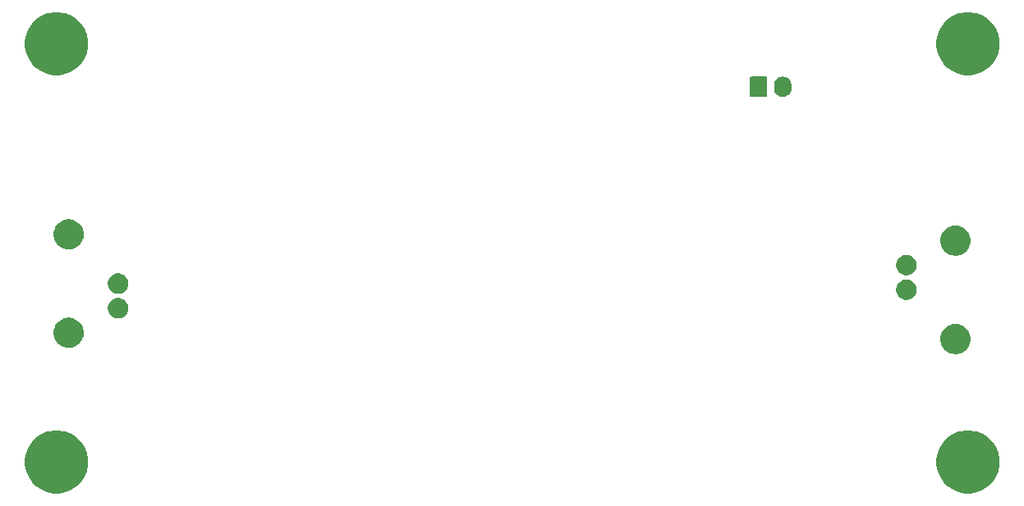
<source format=gbr>
G04 #@! TF.GenerationSoftware,KiCad,Pcbnew,(5.0.1)-4*
G04 #@! TF.CreationDate,2019-01-25T14:15:17+03:00*
G04 #@! TF.ProjectId,Lab Ampl,4C616220416D706C2E6B696361645F70,rev?*
G04 #@! TF.SameCoordinates,Original*
G04 #@! TF.FileFunction,Soldermask,Bot*
G04 #@! TF.FilePolarity,Negative*
%FSLAX46Y46*%
G04 Gerber Fmt 4.6, Leading zero omitted, Abs format (unit mm)*
G04 Created by KiCad (PCBNEW (5.0.1)-4) date 25/01/2019 14:15:17*
%MOMM*%
%LPD*%
G01*
G04 APERTURE LIST*
%ADD10C,0.100000*%
G04 APERTURE END LIST*
D10*
G36*
X106044239Y-107301467D02*
X106358282Y-107363934D01*
X106949926Y-107609001D01*
X107478802Y-107962385D01*
X107482395Y-107964786D01*
X107935214Y-108417605D01*
X107935216Y-108417608D01*
X108290999Y-108950074D01*
X108536066Y-109541718D01*
X108661000Y-110169804D01*
X108661000Y-110810196D01*
X108536066Y-111438282D01*
X108290999Y-112029926D01*
X107937615Y-112558802D01*
X107935214Y-112562395D01*
X107482395Y-113015214D01*
X107482392Y-113015216D01*
X106949926Y-113370999D01*
X106358282Y-113616066D01*
X106044239Y-113678533D01*
X105730197Y-113741000D01*
X105089803Y-113741000D01*
X104775761Y-113678533D01*
X104461718Y-113616066D01*
X103870074Y-113370999D01*
X103337608Y-113015216D01*
X103337605Y-113015214D01*
X102884786Y-112562395D01*
X102882385Y-112558802D01*
X102529001Y-112029926D01*
X102283934Y-111438282D01*
X102159000Y-110810196D01*
X102159000Y-110169804D01*
X102283934Y-109541718D01*
X102529001Y-108950074D01*
X102884784Y-108417608D01*
X102884786Y-108417605D01*
X103337605Y-107964786D01*
X103341198Y-107962385D01*
X103870074Y-107609001D01*
X104461718Y-107363934D01*
X104775761Y-107301467D01*
X105089803Y-107239000D01*
X105730197Y-107239000D01*
X106044239Y-107301467D01*
X106044239Y-107301467D01*
G37*
G36*
X200024239Y-107301467D02*
X200338282Y-107363934D01*
X200929926Y-107609001D01*
X201458802Y-107962385D01*
X201462395Y-107964786D01*
X201915214Y-108417605D01*
X201915216Y-108417608D01*
X202270999Y-108950074D01*
X202516066Y-109541718D01*
X202641000Y-110169804D01*
X202641000Y-110810196D01*
X202516066Y-111438282D01*
X202270999Y-112029926D01*
X201917615Y-112558802D01*
X201915214Y-112562395D01*
X201462395Y-113015214D01*
X201462392Y-113015216D01*
X200929926Y-113370999D01*
X200338282Y-113616066D01*
X200024239Y-113678533D01*
X199710197Y-113741000D01*
X199069803Y-113741000D01*
X198755761Y-113678533D01*
X198441718Y-113616066D01*
X197850074Y-113370999D01*
X197317608Y-113015216D01*
X197317605Y-113015214D01*
X196864786Y-112562395D01*
X196862385Y-112558802D01*
X196509001Y-112029926D01*
X196263934Y-111438282D01*
X196139000Y-110810196D01*
X196139000Y-110169804D01*
X196263934Y-109541718D01*
X196509001Y-108950074D01*
X196864784Y-108417608D01*
X196864786Y-108417605D01*
X197317605Y-107964786D01*
X197321198Y-107962385D01*
X197850074Y-107609001D01*
X198441718Y-107363934D01*
X198755761Y-107301467D01*
X199069803Y-107239000D01*
X199710197Y-107239000D01*
X200024239Y-107301467D01*
X200024239Y-107301467D01*
G37*
G36*
X198472527Y-96278736D02*
X198572410Y-96298604D01*
X198854674Y-96415521D01*
X199108705Y-96585259D01*
X199324741Y-96801295D01*
X199494479Y-97055326D01*
X199611396Y-97337590D01*
X199611396Y-97337591D01*
X199665067Y-97607410D01*
X199671000Y-97637240D01*
X199671000Y-97942760D01*
X199611396Y-98242410D01*
X199494479Y-98524674D01*
X199324741Y-98778705D01*
X199108705Y-98994741D01*
X198854674Y-99164479D01*
X198572410Y-99281396D01*
X198472527Y-99301264D01*
X198272762Y-99341000D01*
X197967238Y-99341000D01*
X197767473Y-99301264D01*
X197667590Y-99281396D01*
X197385326Y-99164479D01*
X197131295Y-98994741D01*
X196915259Y-98778705D01*
X196745521Y-98524674D01*
X196628604Y-98242410D01*
X196569000Y-97942760D01*
X196569000Y-97637240D01*
X196574934Y-97607410D01*
X196628604Y-97337591D01*
X196628604Y-97337590D01*
X196745521Y-97055326D01*
X196915259Y-96801295D01*
X197131295Y-96585259D01*
X197385326Y-96415521D01*
X197667590Y-96298604D01*
X197767473Y-96278736D01*
X197967238Y-96239000D01*
X198272762Y-96239000D01*
X198472527Y-96278736D01*
X198472527Y-96278736D01*
G37*
G36*
X107032527Y-95643736D02*
X107132410Y-95663604D01*
X107414674Y-95780521D01*
X107668705Y-95950259D01*
X107884741Y-96166295D01*
X108054479Y-96420326D01*
X108122796Y-96585259D01*
X108171396Y-96702591D01*
X108231000Y-97002238D01*
X108231000Y-97307762D01*
X108191264Y-97507527D01*
X108171396Y-97607410D01*
X108054479Y-97889674D01*
X107884741Y-98143705D01*
X107668705Y-98359741D01*
X107414674Y-98529479D01*
X107132410Y-98646396D01*
X107032527Y-98666264D01*
X106832762Y-98706000D01*
X106527238Y-98706000D01*
X106327473Y-98666264D01*
X106227590Y-98646396D01*
X105945326Y-98529479D01*
X105691295Y-98359741D01*
X105475259Y-98143705D01*
X105305521Y-97889674D01*
X105188604Y-97607410D01*
X105168736Y-97507527D01*
X105129000Y-97307762D01*
X105129000Y-97002238D01*
X105188604Y-96702591D01*
X105237204Y-96585259D01*
X105305521Y-96420326D01*
X105475259Y-96166295D01*
X105691295Y-95950259D01*
X105945326Y-95780521D01*
X106227590Y-95663604D01*
X106327473Y-95643736D01*
X106527238Y-95604000D01*
X106832762Y-95604000D01*
X107032527Y-95643736D01*
X107032527Y-95643736D01*
G37*
G36*
X112066565Y-93604389D02*
X112257834Y-93683615D01*
X112429976Y-93798637D01*
X112576363Y-93945024D01*
X112691385Y-94117166D01*
X112770611Y-94308435D01*
X112811000Y-94511484D01*
X112811000Y-94718516D01*
X112770611Y-94921565D01*
X112691385Y-95112834D01*
X112576363Y-95284976D01*
X112429976Y-95431363D01*
X112257834Y-95546385D01*
X112066565Y-95625611D01*
X111863516Y-95666000D01*
X111656484Y-95666000D01*
X111453435Y-95625611D01*
X111262166Y-95546385D01*
X111090024Y-95431363D01*
X110943637Y-95284976D01*
X110828615Y-95112834D01*
X110749389Y-94921565D01*
X110709000Y-94718516D01*
X110709000Y-94511484D01*
X110749389Y-94308435D01*
X110828615Y-94117166D01*
X110943637Y-93945024D01*
X111090024Y-93798637D01*
X111262166Y-93683615D01*
X111453435Y-93604389D01*
X111656484Y-93564000D01*
X111863516Y-93564000D01*
X112066565Y-93604389D01*
X112066565Y-93604389D01*
G37*
G36*
X193346565Y-91699389D02*
X193537834Y-91778615D01*
X193709976Y-91893637D01*
X193856363Y-92040024D01*
X193971385Y-92212166D01*
X194050611Y-92403435D01*
X194091000Y-92606484D01*
X194091000Y-92813516D01*
X194050611Y-93016565D01*
X193971385Y-93207834D01*
X193856363Y-93379976D01*
X193709976Y-93526363D01*
X193537834Y-93641385D01*
X193346565Y-93720611D01*
X193143516Y-93761000D01*
X192936484Y-93761000D01*
X192733435Y-93720611D01*
X192542166Y-93641385D01*
X192370024Y-93526363D01*
X192223637Y-93379976D01*
X192108615Y-93207834D01*
X192029389Y-93016565D01*
X191989000Y-92813516D01*
X191989000Y-92606484D01*
X192029389Y-92403435D01*
X192108615Y-92212166D01*
X192223637Y-92040024D01*
X192370024Y-91893637D01*
X192542166Y-91778615D01*
X192733435Y-91699389D01*
X192936484Y-91659000D01*
X193143516Y-91659000D01*
X193346565Y-91699389D01*
X193346565Y-91699389D01*
G37*
G36*
X112066565Y-91064389D02*
X112257834Y-91143615D01*
X112429976Y-91258637D01*
X112576363Y-91405024D01*
X112691385Y-91577166D01*
X112770611Y-91768435D01*
X112811000Y-91971484D01*
X112811000Y-92178516D01*
X112770611Y-92381565D01*
X112691385Y-92572834D01*
X112576363Y-92744976D01*
X112429976Y-92891363D01*
X112257834Y-93006385D01*
X112066565Y-93085611D01*
X111863516Y-93126000D01*
X111656484Y-93126000D01*
X111453435Y-93085611D01*
X111262166Y-93006385D01*
X111090024Y-92891363D01*
X110943637Y-92744976D01*
X110828615Y-92572834D01*
X110749389Y-92381565D01*
X110709000Y-92178516D01*
X110709000Y-91971484D01*
X110749389Y-91768435D01*
X110828615Y-91577166D01*
X110943637Y-91405024D01*
X111090024Y-91258637D01*
X111262166Y-91143615D01*
X111453435Y-91064389D01*
X111656484Y-91024000D01*
X111863516Y-91024000D01*
X112066565Y-91064389D01*
X112066565Y-91064389D01*
G37*
G36*
X193346565Y-89159389D02*
X193537834Y-89238615D01*
X193709976Y-89353637D01*
X193856363Y-89500024D01*
X193971385Y-89672166D01*
X194050611Y-89863435D01*
X194091000Y-90066484D01*
X194091000Y-90273516D01*
X194050611Y-90476565D01*
X193971385Y-90667834D01*
X193856363Y-90839976D01*
X193709976Y-90986363D01*
X193537834Y-91101385D01*
X193346565Y-91180611D01*
X193143516Y-91221000D01*
X192936484Y-91221000D01*
X192733435Y-91180611D01*
X192542166Y-91101385D01*
X192370024Y-90986363D01*
X192223637Y-90839976D01*
X192108615Y-90667834D01*
X192029389Y-90476565D01*
X191989000Y-90273516D01*
X191989000Y-90066484D01*
X192029389Y-89863435D01*
X192108615Y-89672166D01*
X192223637Y-89500024D01*
X192370024Y-89353637D01*
X192542166Y-89238615D01*
X192733435Y-89159389D01*
X192936484Y-89119000D01*
X193143516Y-89119000D01*
X193346565Y-89159389D01*
X193346565Y-89159389D01*
G37*
G36*
X198472527Y-86118736D02*
X198572410Y-86138604D01*
X198854674Y-86255521D01*
X199108705Y-86425259D01*
X199324741Y-86641295D01*
X199494479Y-86895326D01*
X199611396Y-87177590D01*
X199611396Y-87177591D01*
X199665067Y-87447410D01*
X199671000Y-87477240D01*
X199671000Y-87782760D01*
X199611396Y-88082410D01*
X199494479Y-88364674D01*
X199324741Y-88618705D01*
X199108705Y-88834741D01*
X198854674Y-89004479D01*
X198572410Y-89121396D01*
X198472527Y-89141264D01*
X198272762Y-89181000D01*
X197967238Y-89181000D01*
X197767473Y-89141264D01*
X197667590Y-89121396D01*
X197385326Y-89004479D01*
X197131295Y-88834741D01*
X196915259Y-88618705D01*
X196745521Y-88364674D01*
X196628604Y-88082410D01*
X196569000Y-87782760D01*
X196569000Y-87477240D01*
X196574934Y-87447410D01*
X196628604Y-87177591D01*
X196628604Y-87177590D01*
X196745521Y-86895326D01*
X196915259Y-86641295D01*
X197131295Y-86425259D01*
X197385326Y-86255521D01*
X197667590Y-86138604D01*
X197767473Y-86118736D01*
X197967238Y-86079000D01*
X198272762Y-86079000D01*
X198472527Y-86118736D01*
X198472527Y-86118736D01*
G37*
G36*
X107032527Y-85483736D02*
X107132410Y-85503604D01*
X107414674Y-85620521D01*
X107668705Y-85790259D01*
X107884741Y-86006295D01*
X108054479Y-86260326D01*
X108122796Y-86425259D01*
X108171396Y-86542591D01*
X108231000Y-86842238D01*
X108231000Y-87147762D01*
X108191264Y-87347527D01*
X108171396Y-87447410D01*
X108054479Y-87729674D01*
X107884741Y-87983705D01*
X107668705Y-88199741D01*
X107414674Y-88369479D01*
X107132410Y-88486396D01*
X107032527Y-88506264D01*
X106832762Y-88546000D01*
X106527238Y-88546000D01*
X106327473Y-88506264D01*
X106227590Y-88486396D01*
X105945326Y-88369479D01*
X105691295Y-88199741D01*
X105475259Y-87983705D01*
X105305521Y-87729674D01*
X105188604Y-87447410D01*
X105168736Y-87347527D01*
X105129000Y-87147762D01*
X105129000Y-86842238D01*
X105188604Y-86542591D01*
X105237204Y-86425259D01*
X105305521Y-86260326D01*
X105475259Y-86006295D01*
X105691295Y-85790259D01*
X105945326Y-85620521D01*
X106227590Y-85503604D01*
X106327473Y-85483736D01*
X106527238Y-85444000D01*
X106832762Y-85444000D01*
X107032527Y-85483736D01*
X107032527Y-85483736D01*
G37*
G36*
X180476626Y-70717037D02*
X180589852Y-70751384D01*
X180646466Y-70768557D01*
X180802989Y-70852221D01*
X180940186Y-70964814D01*
X181023448Y-71066271D01*
X181052778Y-71102009D01*
X181052779Y-71102011D01*
X181136443Y-71258533D01*
X181153616Y-71315147D01*
X181187963Y-71428373D01*
X181201000Y-71560742D01*
X181201000Y-71949257D01*
X181187963Y-72081626D01*
X181136443Y-72251466D01*
X181052778Y-72407991D01*
X181052777Y-72407992D01*
X180940186Y-72545186D01*
X180845251Y-72623096D01*
X180802991Y-72657778D01*
X180802989Y-72657779D01*
X180646467Y-72741443D01*
X180605734Y-72753799D01*
X180476627Y-72792963D01*
X180300000Y-72810359D01*
X180123374Y-72792963D01*
X179994267Y-72753799D01*
X179953534Y-72741443D01*
X179797012Y-72657779D01*
X179797010Y-72657778D01*
X179659816Y-72545186D01*
X179659812Y-72545183D01*
X179547222Y-72407992D01*
X179463557Y-72251467D01*
X179446384Y-72194853D01*
X179412037Y-72081627D01*
X179399000Y-71949258D01*
X179399000Y-71560743D01*
X179412037Y-71428374D01*
X179463557Y-71258535D01*
X179463557Y-71258534D01*
X179547221Y-71102011D01*
X179659814Y-70964814D01*
X179761271Y-70881552D01*
X179797009Y-70852222D01*
X179814913Y-70842652D01*
X179953533Y-70768557D01*
X180010147Y-70751384D01*
X180123373Y-70717037D01*
X180300000Y-70699641D01*
X180476626Y-70717037D01*
X180476626Y-70717037D01*
G37*
G36*
X178558600Y-70707989D02*
X178591649Y-70718014D01*
X178622106Y-70734294D01*
X178648799Y-70756201D01*
X178670706Y-70782894D01*
X178686986Y-70813351D01*
X178697011Y-70846400D01*
X178701000Y-70886904D01*
X178701000Y-72623096D01*
X178697011Y-72663600D01*
X178686986Y-72696649D01*
X178670706Y-72727106D01*
X178648799Y-72753799D01*
X178622106Y-72775706D01*
X178591649Y-72791986D01*
X178558600Y-72802011D01*
X178518096Y-72806000D01*
X177081904Y-72806000D01*
X177041400Y-72802011D01*
X177008351Y-72791986D01*
X176977894Y-72775706D01*
X176951201Y-72753799D01*
X176929294Y-72727106D01*
X176913014Y-72696649D01*
X176902989Y-72663600D01*
X176899000Y-72623096D01*
X176899000Y-70886904D01*
X176902989Y-70846400D01*
X176913014Y-70813351D01*
X176929294Y-70782894D01*
X176951201Y-70756201D01*
X176977894Y-70734294D01*
X177008351Y-70718014D01*
X177041400Y-70707989D01*
X177081904Y-70704000D01*
X178518096Y-70704000D01*
X178558600Y-70707989D01*
X178558600Y-70707989D01*
G37*
G36*
X106044239Y-64121467D02*
X106358282Y-64183934D01*
X106949926Y-64429001D01*
X107478802Y-64782385D01*
X107482395Y-64784786D01*
X107935214Y-65237605D01*
X107935216Y-65237608D01*
X108290999Y-65770074D01*
X108536066Y-66361718D01*
X108661000Y-66989804D01*
X108661000Y-67630196D01*
X108536066Y-68258282D01*
X108290999Y-68849926D01*
X107937615Y-69378802D01*
X107935214Y-69382395D01*
X107482395Y-69835214D01*
X107482392Y-69835216D01*
X106949926Y-70190999D01*
X106358282Y-70436066D01*
X106044239Y-70498533D01*
X105730197Y-70561000D01*
X105089803Y-70561000D01*
X104775761Y-70498533D01*
X104461718Y-70436066D01*
X103870074Y-70190999D01*
X103337608Y-69835216D01*
X103337605Y-69835214D01*
X102884786Y-69382395D01*
X102882385Y-69378802D01*
X102529001Y-68849926D01*
X102283934Y-68258282D01*
X102159000Y-67630196D01*
X102159000Y-66989804D01*
X102283934Y-66361718D01*
X102529001Y-65770074D01*
X102884784Y-65237608D01*
X102884786Y-65237605D01*
X103337605Y-64784786D01*
X103341198Y-64782385D01*
X103870074Y-64429001D01*
X104461718Y-64183934D01*
X104775761Y-64121467D01*
X105089803Y-64059000D01*
X105730197Y-64059000D01*
X106044239Y-64121467D01*
X106044239Y-64121467D01*
G37*
G36*
X200024239Y-64121467D02*
X200338282Y-64183934D01*
X200929926Y-64429001D01*
X201458802Y-64782385D01*
X201462395Y-64784786D01*
X201915214Y-65237605D01*
X201915216Y-65237608D01*
X202270999Y-65770074D01*
X202516066Y-66361718D01*
X202641000Y-66989804D01*
X202641000Y-67630196D01*
X202516066Y-68258282D01*
X202270999Y-68849926D01*
X201917615Y-69378802D01*
X201915214Y-69382395D01*
X201462395Y-69835214D01*
X201462392Y-69835216D01*
X200929926Y-70190999D01*
X200338282Y-70436066D01*
X200024239Y-70498533D01*
X199710197Y-70561000D01*
X199069803Y-70561000D01*
X198755761Y-70498533D01*
X198441718Y-70436066D01*
X197850074Y-70190999D01*
X197317608Y-69835216D01*
X197317605Y-69835214D01*
X196864786Y-69382395D01*
X196862385Y-69378802D01*
X196509001Y-68849926D01*
X196263934Y-68258282D01*
X196139000Y-67630196D01*
X196139000Y-66989804D01*
X196263934Y-66361718D01*
X196509001Y-65770074D01*
X196864784Y-65237608D01*
X196864786Y-65237605D01*
X197317605Y-64784786D01*
X197321198Y-64782385D01*
X197850074Y-64429001D01*
X198441718Y-64183934D01*
X198755761Y-64121467D01*
X199069803Y-64059000D01*
X199710197Y-64059000D01*
X200024239Y-64121467D01*
X200024239Y-64121467D01*
G37*
M02*

</source>
